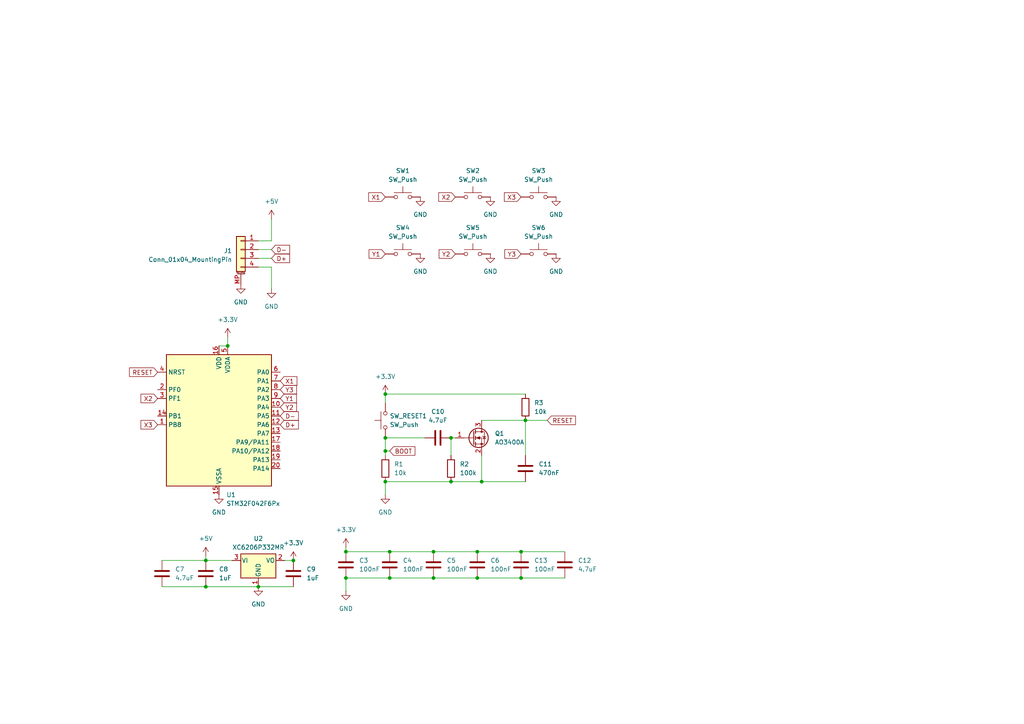
<source format=kicad_sch>
(kicad_sch (version 20250114) (generator "eeschema") (generator_version "9.0")
  (paper "A4")
  (lib_symbols
    (symbol "Connector_Generic_MountingPin:Conn_01x04_MountingPin" (pin_names (offset 1.016) (hide yes))
      (property "Reference" "J" (at 0 5.08 0))
      (property "Value" "Conn_01x04_MountingPin" (at 1.27 -7.62 0))
      (symbol "Conn_01x04_MountingPin_1_1"
        (rectangle (start -1.27 3.81) (end 1.27 -6.35) (stroke (width 0.254)) (fill (type background)))
        (rectangle (start -1.27 2.667) (end 0 2.413) (stroke (width 0.1524)))
        (rectangle (start -1.27 0.127) (end 0 -0.127) (stroke (width 0.1524)))
        (rectangle (start -1.27 -2.413) (end 0 -2.667) (stroke (width 0.1524)))
        (rectangle (start -1.27 -4.953) (end 0 -5.207) (stroke (width 0.1524)))
        (polyline (pts (xy -1.016 -7.112) (xy 1.016 -7.112)) (stroke (width 0.1524)))
        (text "Mounting" (at 0 -6.731 0) (effects (font (size 0.381 0.381))))
        (pin passive line (at -5.08 2.54 0) (length 3.81) (name "Pin_1") (number "1"))
        (pin passive line (at -5.08 0 0) (length 3.81) (name "Pin_2") (number "2"))
        (pin passive line (at -5.08 -2.54 0) (length 3.81) (name "Pin_3") (number "3"))
        (pin passive line (at -5.08 -5.08 0) (length 3.81) (name "Pin_4") (number "4"))
        (pin passive line (at 0 -10.16 90) (length 3.048) (name "MountPin") (number "MP"))
      )
    )
    (symbol "Device:C" (pin_numbers (hide yes)) (pin_names (offset 0.254))
      (property "Reference" "C" (at 0.635 2.54 0))
      (property "Value" "C" (at 0.635 -2.54 0))
      (symbol "C_0_1"
        (polyline (pts (xy -2.032 0.762) (xy 2.032 0.762)) (stroke (width 0.508)))
        (polyline (pts (xy -2.032 -0.762) (xy 2.032 -0.762)) (stroke (width 0.508)))
      )
      (symbol "C_1_1"
        (pin passive line (at 0 3.81 270) (length 2.794) (name "~") (number "1"))
        (pin passive line (at 0 -3.81 90) (length 2.794) (name "~") (number "2"))
      )
    )
    (symbol "Device:R" (pin_numbers (hide yes)) (pin_names (offset 0))
      (property "Reference" "R" (at 2.032 0 90))
      (property "Value" "R" (at 0 0 90))
      (symbol "R_0_1"
        (rectangle (start -1.016 -2.54) (end 1.016 2.54) (stroke (width 0.254)))
      )
      (symbol "R_1_1"
        (pin passive line (at 0 3.81 270) (length 1.27) (name "~") (number "1"))
        (pin passive line (at 0 -3.81 90) (length 1.27) (name "~") (number "2"))
      )
    )
    (symbol "MCU_ST_STM32F0:STM32F042F6Px"
      (property "Reference" "U" (at -15.24 21.59 0))
      (property "Value" "STM32F042F6Px" (at 5.08 21.59 0))
      (symbol "STM32F042F6Px_0_1"
        (rectangle (start -15.24 -17.78) (end 15.24 20.32) (stroke (width 0.254)) (fill (type background)))
      )
      (symbol "STM32F042F6Px_1_1"
        (pin input line (at -17.78 15.24 0) (length 2.54) (name "NRST") (number "4"))
        (pin bidirectional line (at -17.78 10.16 0) (length 2.54) (name "PF0") (number "2"))
        (pin bidirectional line (at -17.78 7.62 0) (length 2.54) (name "PF1") (number "3"))
        (pin bidirectional line (at -17.78 2.54 0) (length 2.54) (name "PB1") (number "14"))
        (pin bidirectional line (at -17.78 0 0) (length 2.54) (name "PB8") (number "1"))
        (pin power_in line (at 0 22.86 270) (length 2.54) (name "VDD") (number "16"))
        (pin power_in line (at 0 -20.32 90) (length 2.54) (name "VSSA") (number "15"))
        (pin power_in line (at 2.54 22.86 270) (length 2.54) (name "VDDA") (number "5"))
        (pin bidirectional line (at 17.78 15.24 180) (length 2.54) (name "PA0") (number "6"))
        (pin bidirectional line (at 17.78 12.7 180) (length 2.54) (name "PA1") (number "7"))
        (pin bidirectional line (at 17.78 10.16 180) (length 2.54) (name "PA2") (number "8"))
        (pin bidirectional line (at 17.78 7.62 180) (length 2.54) (name "PA3") (number "9"))
        (pin bidirectional line (at 17.78 5.08 180) (length 2.54) (name "PA4") (number "10"))
        (pin bidirectional line (at 17.78 2.54 180) (length 2.54) (name "PA5") (number "11"))
        (pin bidirectional line (at 17.78 0 180) (length 2.54) (name "PA6") (number "12"))
        (pin bidirectional line (at 17.78 -2.54 180) (length 2.54) (name "PA7") (number "13"))
        (pin bidirectional line (at 17.78 -5.08 180) (length 2.54) (name "PA9/PA11") (number "17"))
        (pin bidirectional line (at 17.78 -7.62 180) (length 2.54) (name "PA10/PA12") (number "18"))
        (pin bidirectional line (at 17.78 -10.16 180) (length 2.54) (name "PA13") (number "19"))
        (pin bidirectional line (at 17.78 -12.7 180) (length 2.54) (name "PA14") (number "20"))
      )
    )
    (symbol "Regulator_Linear:XC6206PxxxMR" (pin_names (offset 0.254))
      (property "Reference" "U" (at -3.81 3.175 0))
      (property "Value" "XC6206PxxxMR" (at 0 3.175 0))
      (symbol "XC6206PxxxMR_0_1"
        (rectangle (start -5.08 1.905) (end 5.08 -5.08) (stroke (width 0.254)) (fill (type background)))
      )
      (symbol "XC6206PxxxMR_1_1"
        (pin power_in line (at -7.62 0 0) (length 2.54) (name "VI") (number "3"))
        (pin power_in line (at 0 -7.62 90) (length 2.54) (name "GND") (number "1"))
        (pin power_out line (at 7.62 0 180) (length 2.54) (name "VO") (number "2"))
      )
    )
    (symbol "Switch:SW_Push" (pin_numbers (hide yes)) (pin_names (offset 1.016) (hide yes))
      (property "Reference" "SW" (at 1.27 2.54 0))
      (property "Value" "SW_Push" (at 0 -1.524 0))
      (symbol "SW_Push_0_1"
        (circle (center -2.032 0) (radius 0.508))
        (polyline (pts (xy 0 1.27) (xy 0 3.048)))
        (circle (center 2.032 0) (radius 0.508))
        (polyline (pts (xy 2.54 1.27) (xy -2.54 1.27)))
        (pin passive line (at -5.08 0 0) (length 2.54) (name "1") (number "1"))
        (pin passive line (at 5.08 0 180) (length 2.54) (name "2") (number "2"))
      )
    )
    (symbol "Transistor_FET:AO3400A" (pin_names (hide yes))
      (property "Reference" "Q" (at 5.08 1.905 0))
      (property "Value" "AO3400A" (at 5.08 0 0))
      (symbol "AO3400A_0_1"
        (polyline (pts (xy 0.254 1.905) (xy 0.254 -1.905)) (stroke (width 0.254)))
        (polyline (pts (xy 0.254 0) (xy -2.54 0)))
        (polyline (pts (xy 0.762 2.286) (xy 0.762 1.27)) (stroke (width 0.254)))
        (polyline (pts (xy 0.762 0.508) (xy 0.762 -0.508)) (stroke (width 0.254)))
        (polyline (pts (xy 0.762 -1.27) (xy 0.762 -2.286)) (stroke (width 0.254)))
        (polyline (pts (xy 0.762 -1.778) (xy 3.302 -1.778) (xy 3.302 1.778) (xy 0.762 1.778)))
        (polyline (pts (xy 1.016 0) (xy 2.032 0.381) (xy 2.032 -0.381) (xy 1.016 0)) (fill (type outline)))
        (circle (center 1.651 0) (radius 2.794) (stroke (width 0.254)))
        (polyline (pts (xy 2.54 2.54) (xy 2.54 1.778)))
        (circle (center 2.54 1.778) (radius 0.254) (fill (type outline)))
        (circle (center 2.54 -1.778) (radius 0.254) (fill (type outline)))
        (polyline (pts (xy 2.54 -2.54) (xy 2.54 0) (xy 0.762 0)))
        (polyline (pts (xy 2.794 0.508) (xy 2.921 0.381) (xy 3.683 0.381) (xy 3.81 0.254)))
        (polyline (pts (xy 3.302 0.381) (xy 2.921 -0.254) (xy 3.683 -0.254) (xy 3.302 0.381)))
      )
      (symbol "AO3400A_1_1"
        (pin input line (at -5.08 0 0) (length 2.54) (name "G") (number "1"))
        (pin passive line (at 2.54 5.08 270) (length 2.54) (name "D") (number "3"))
        (pin passive line (at 2.54 -5.08 90) (length 2.54) (name "S") (number "2"))
      )
    )
    (symbol "power:+3.3V" (power) (pin_numbers (hide yes)) (pin_names (offset 0) (hide yes))
      (property "Value" "+3.3V" (at 0 3.556 0))
      (symbol "+3.3V_0_1"
        (polyline (pts (xy -0.762 1.27) (xy 0 2.54)))
        (polyline (pts (xy 0 2.54) (xy 0.762 1.27)))
        (polyline (pts (xy 0 0) (xy 0 2.54)))
      )
      (symbol "+3.3V_1_1"
        (pin power_in line (at 0 0 90) (length 0) (name "~") (number "1"))
      )
    )
    (symbol "power:+5V" (power) (pin_numbers (hide yes)) (pin_names (offset 0) (hide yes))
      (property "Value" "+5V" (at 0 3.556 0))
      (symbol "+5V_0_1"
        (polyline (pts (xy -0.762 1.27) (xy 0 2.54)))
        (polyline (pts (xy 0 2.54) (xy 0.762 1.27)))
        (polyline (pts (xy 0 0) (xy 0 2.54)))
      )
      (symbol "+5V_1_1"
        (pin power_in line (at 0 0 90) (length 0) (name "~") (number "1"))
      )
    )
    (symbol "power:GND" (power) (pin_numbers (hide yes)) (pin_names (offset 0) (hide yes))
      (property "Value" "GND" (at 0 -3.81 0))
      (symbol "GND_0_1"
        (polyline (pts (xy 0 0) (xy 0 -1.27) (xy 1.27 -1.27) (xy 0 -2.54) (xy -1.27 -1.27) (xy 0 -1.27)))
      )
      (symbol "GND_1_1"
        (pin power_in line (at 0 0 270) (length 0) (name "~") (number "1"))
      )
    )
  )
  (junction (at 139.7 139.7))
  (junction (at 59.69 170.18))
  (junction (at 125.73 160.02))
  (junction (at 100.33 167.64))
  (junction (at 138.43 167.64))
  (junction (at 111.76 139.7))
  (junction (at 74.93 170.18))
  (junction (at 66.04 100.33))
  (junction (at 152.4 121.92))
  (junction (at 111.76 114.3))
  (junction (at 130.81 127))
  (junction (at 113.03 167.64))
  (junction (at 113.03 160.02))
  (junction (at 59.69 162.56))
  (junction (at 130.81 139.7))
  (junction (at 111.76 127))
  (junction (at 85.09 162.56))
  (junction (at 151.13 160.02))
  (junction (at 125.73 167.64))
  (junction (at 111.76 130.81))
  (junction (at 151.13 167.64))
  (junction (at 100.33 160.02))
  (junction (at 138.43 160.02))
  (wire (pts (xy 82.55 162.56) (xy 85.09 162.56)))
  (wire (pts (xy 139.7 121.92) (xy 152.4 121.92)))
  (wire (pts (xy 111.76 127) (xy 123.19 127)))
  (wire (pts (xy 78.74 77.47) (xy 78.74 83.82)))
  (wire (pts (xy 113.03 167.64) (xy 125.73 167.64)))
  (wire (pts (xy 138.43 160.02) (xy 151.13 160.02)))
  (wire (pts (xy 111.76 130.81) (xy 113.03 130.81)))
  (wire (pts (xy 130.81 127) (xy 132.08 127)))
  (wire (pts (xy 74.93 72.39) (xy 78.74 72.39)))
  (wire (pts (xy 125.73 167.64) (xy 138.43 167.64)))
  (wire (pts (xy 46.99 170.18) (xy 59.69 170.18)))
  (wire (pts (xy 130.81 127) (xy 130.81 132.08)))
  (wire (pts (xy 138.43 167.64) (xy 151.13 167.64)))
  (wire (pts (xy 74.93 170.18) (xy 85.09 170.18)))
  (wire (pts (xy 74.93 69.85) (xy 78.74 69.85)))
  (wire (pts (xy 111.76 139.7) (xy 130.81 139.7)))
  (wire (pts (xy 59.69 162.56) (xy 67.31 162.56)))
  (wire (pts (xy 152.4 121.92) (xy 152.4 132.08)))
  (wire (pts (xy 111.76 139.7) (xy 111.76 143.51)))
  (wire (pts (xy 111.76 116.84) (xy 111.76 114.3)))
  (wire (pts (xy 100.33 158.75) (xy 100.33 160.02)))
  (wire (pts (xy 100.33 167.64) (xy 100.33 171.45)))
  (wire (pts (xy 59.69 170.18) (xy 74.93 170.18)))
  (wire (pts (xy 139.7 139.7) (xy 152.4 139.7)))
  (wire (pts (xy 151.13 160.02) (xy 163.83 160.02)))
  (wire (pts (xy 46.99 162.56) (xy 59.69 162.56)))
  (wire (pts (xy 111.76 130.81) (xy 111.76 132.08)))
  (wire (pts (xy 74.93 74.93) (xy 78.74 74.93)))
  (wire (pts (xy 113.03 160.02) (xy 125.73 160.02)))
  (wire (pts (xy 111.76 127) (xy 111.76 130.81)))
  (wire (pts (xy 130.81 139.7) (xy 139.7 139.7)))
  (wire (pts (xy 59.69 161.29) (xy 59.69 162.56)))
  (wire (pts (xy 100.33 167.64) (xy 113.03 167.64)))
  (wire (pts (xy 111.76 114.3) (xy 152.4 114.3)))
  (wire (pts (xy 139.7 132.08) (xy 139.7 139.7)))
  (wire (pts (xy 78.74 63.5) (xy 78.74 69.85)))
  (wire (pts (xy 66.04 97.79) (xy 66.04 100.33)))
  (wire (pts (xy 125.73 160.02) (xy 138.43 160.02)))
  (wire (pts (xy 100.33 160.02) (xy 113.03 160.02)))
  (wire (pts (xy 151.13 167.64) (xy 163.83 167.64)))
  (wire (pts (xy 152.4 121.92) (xy 158.75 121.92)))
  (wire (pts (xy 74.93 77.47) (xy 78.74 77.47)))
  (wire (pts (xy 63.5 100.33) (xy 66.04 100.33)))
  (global_label "Y3" (shape input) (at 81.28 113.03 0) (property "Intersheetrefs" "${INTERSHEET_REFS}" (effects (hide yes))))
  (global_label "X2" (shape input) (at 132.08 57.15 180) (property "Intersheetrefs" "${INTERSHEET_REFS}" (effects (hide yes))))
  (global_label "Y1" (shape input) (at 111.76 73.66 180) (property "Intersheetrefs" "${INTERSHEET_REFS}" (effects (hide yes))))
  (global_label "D+" (shape input) (at 81.28 123.19 0) (property "Intersheetrefs" "${INTERSHEET_REFS}" (effects (hide yes))))
  (global_label "X1" (shape input) (at 111.76 57.15 180) (property "Intersheetrefs" "${INTERSHEET_REFS}" (effects (hide yes))))
  (global_label "Y2" (shape input) (at 132.08 73.66 180) (property "Intersheetrefs" "${INTERSHEET_REFS}" (effects (hide yes))))
  (global_label "X3" (shape input) (at 45.72 123.19 180) (property "Intersheetrefs" "${INTERSHEET_REFS}" (effects (hide yes))))
  (global_label "Y3" (shape input) (at 151.13 73.66 180) (property "Intersheetrefs" "${INTERSHEET_REFS}" (effects (hide yes))))
  (global_label "Y1" (shape input) (at 81.28 115.57 0) (property "Intersheetrefs" "${INTERSHEET_REFS}" (effects (hide yes))))
  (global_label "X2" (shape input) (at 45.72 115.57 180) (property "Intersheetrefs" "${INTERSHEET_REFS}" (effects (hide yes))))
  (global_label "RESET" (shape input) (at 158.75 121.92 0) (property "Intersheetrefs" "${INTERSHEET_REFS}" (effects (hide yes))))
  (global_label "X1" (shape input) (at 81.28 110.49 0) (property "Intersheetrefs" "${INTERSHEET_REFS}" (effects (hide yes))))
  (global_label "D-" (shape input) (at 78.74 72.39 0) (property "Intersheetrefs" "${INTERSHEET_REFS}" (effects (hide yes))))
  (global_label "RESET" (shape input) (at 45.72 107.95 180) (property "Intersheetrefs" "${INTERSHEET_REFS}" (effects (hide yes))))
  (global_label "D-" (shape input) (at 81.28 120.65 0) (property "Intersheetrefs" "${INTERSHEET_REFS}" (effects (hide yes))))
  (global_label "BOOT" (shape input) (at 113.03 130.81 0) (property "Intersheetrefs" "${INTERSHEET_REFS}" (effects (hide yes))))
  (global_label "X3" (shape input) (at 151.13 57.15 180) (property "Intersheetrefs" "${INTERSHEET_REFS}" (effects (hide yes))))
  (global_label "D+" (shape input) (at 78.74 74.93 0) (property "Intersheetrefs" "${INTERSHEET_REFS}" (effects (hide yes))))
  (global_label "Y2" (shape input) (at 81.28 118.11 0) (property "Intersheetrefs" "${INTERSHEET_REFS}" (effects (hide yes))))
  (symbol (lib_id "Device:C") (at 125.73 163.83 0) (unit 1)
    (property "Reference" "C5" (at 129.54 162.5599 0) (effects (justify left)))
    (property "Value" "100nF" (at 129.54 165.0999 0) (effects (justify left)))
    (property "Footprint" "Capacitor_SMD:C_0805_2012Metric" (effects (hide yes)))
    (property "Description" "Unpolarized capacitor" (effects (hide yes)))
  )
  (symbol (lib_id "Regulator_Linear:XC6206PxxxMR") (at 74.93 162.56 0) (unit 1)
    (property "Reference" "U2" (at 74.93 156.21 0))
    (property "Value" "XC6206P332MR" (at 74.93 158.75 0))
    (property "Footprint" "Package_TO_SOT_SMD:SOT-23-3" (effects (hide yes)))
    (property "Datasheet" "https://www.torexsemi.com/file/xc6206/XC6206.pdf" (effects (hide yes)))
    (property "Description" "Positive 60-250mA Low Dropout Regulator, Fixed Output, SOT-23" (effects (hide yes)))
  )
  (symbol (lib_id "Device:R") (at 152.4 118.11 0) (unit 1)
    (property "Reference" "R3" (at 154.94 116.8399 0) (effects (justify left)))
    (property "Value" "10k" (at 154.94 119.3799 0) (effects (justify left)))
    (property "Footprint" "Resistor_SMD:R_0805_2012Metric" (effects (hide yes)))
    (property "Description" "Resistor" (effects (hide yes)))
  )
  (symbol (lib_id "power:+5V") (at 59.69 161.29 0) (unit 1)
    (property "Reference" "#PWR057" (effects (hide yes)))
    (property "Value" "+5V" (at 59.69 156.21 0))
    (property "Description" "Power symbol creates a global label with name \"+5V\"" (effects (hide yes)))
  )
  (symbol (lib_id "power:GND") (at 63.5 143.51 0) (unit 1)
    (property "Reference" "#PWR05" (effects (hide yes)))
    (property "Value" "GND" (at 63.5 148.59 0))
    (property "Description" "Power symbol creates a global label with name \"GND\" , ground" (effects (hide yes)))
  )
  (symbol (lib_id "power:GND") (at 142.24 73.66 0) (unit 1)
    (property "Reference" "#PWR010" (effects (hide yes)))
    (property "Value" "GND" (at 142.24 78.74 0))
    (property "Description" "Power symbol creates a global label with name \"GND\" , ground" (effects (hide yes)))
  )
  (symbol (lib_id "power:GND") (at 161.29 57.15 0) (unit 1)
    (property "Reference" "#PWR08" (effects (hide yes)))
    (property "Value" "GND" (at 161.29 62.23 0))
    (property "Description" "Power symbol creates a global label with name \"GND\" , ground" (effects (hide yes)))
  )
  (symbol (lib_id "power:+3.3V") (at 100.33 158.75 0) (unit 1)
    (property "Reference" "#PWR054" (effects (hide yes)))
    (property "Value" "+3.3V" (at 100.33 153.67 0))
    (property "Description" "Power symbol creates a global label with name \"+3.3V\"" (effects (hide yes)))
  )
  (symbol (lib_id "Device:C") (at 138.43 163.83 0) (unit 1)
    (property "Reference" "C6" (at 142.24 162.5599 0) (effects (justify left)))
    (property "Value" "100nF" (at 142.24 165.0999 0) (effects (justify left)))
    (property "Footprint" "Capacitor_SMD:C_0805_2012Metric" (effects (hide yes)))
    (property "Description" "Unpolarized capacitor" (effects (hide yes)))
  )
  (symbol (lib_id "power:GND") (at 121.92 57.15 0) (unit 1)
    (property "Reference" "#PWR06" (effects (hide yes)))
    (property "Value" "GND" (at 121.92 62.23 0))
    (property "Description" "Power symbol creates a global label with name \"GND\" , ground" (effects (hide yes)))
  )
  (symbol (lib_id "power:GND") (at 161.29 73.66 0) (unit 1)
    (property "Reference" "#PWR011" (effects (hide yes)))
    (property "Value" "GND" (at 161.29 78.74 0))
    (property "Description" "Power symbol creates a global label with name \"GND\" , ground" (effects (hide yes)))
  )
  (symbol (lib_id "Device:C") (at 151.13 163.83 0) (unit 1)
    (property "Reference" "C13" (at 154.94 162.5599 0) (effects (justify left)))
    (property "Value" "100nF" (at 154.94 165.0999 0) (effects (justify left)))
    (property "Footprint" "Capacitor_SMD:C_0805_2012Metric" (effects (hide yes)))
    (property "Description" "Unpolarized capacitor" (effects (hide yes)))
  )
  (symbol (lib_id "Switch:SW_Push") (at 116.84 57.15 0) (unit 1)
    (property "Reference" "SW1" (at 116.84 49.53 0))
    (property "Value" "SW_Push" (at 116.84 52.07 0))
    (property "Footprint" "Button_Switch_Keyboard:SW_Cherry_MX_1.00u_PCB" (effects (hide yes)))
    (property "Description" "Push button switch, generic, two pins" (effects (hide yes)))
  )
  (symbol (lib_id "power:+3.3V") (at 111.76 114.3 0) (unit 1)
    (property "Reference" "#PWR060" (effects (hide yes)))
    (property "Value" "+3.3V" (at 111.76 109.22 0))
    (property "Description" "Power symbol creates a global label with name \"+3.3V\"" (effects (hide yes)))
  )
  (symbol (lib_id "Device:C") (at 100.33 163.83 0) (unit 1)
    (property "Reference" "C3" (at 104.14 162.5599 0) (effects (justify left)))
    (property "Value" "100nF" (at 104.14 165.0999 0) (effects (justify left)))
    (property "Footprint" "Capacitor_SMD:C_0805_2012Metric" (effects (hide yes)))
    (property "Description" "Unpolarized capacitor" (effects (hide yes)))
  )
  (symbol (lib_id "Device:C") (at 46.99 166.37 0) (unit 1)
    (property "Reference" "C7" (at 50.8 165.0999 0) (effects (justify left)))
    (property "Value" "4.7uF" (at 50.8 167.6399 0) (effects (justify left)))
    (property "Footprint" "Capacitor_SMD:C_0805_2012Metric" (effects (hide yes)))
    (property "Description" "Unpolarized capacitor" (effects (hide yes)))
  )
  (symbol (lib_id "Switch:SW_Push") (at 156.21 73.66 0) (unit 1)
    (property "Reference" "SW6" (at 156.21 66.04 0))
    (property "Value" "SW_Push" (at 156.21 68.58 0))
    (property "Footprint" "Button_Switch_Keyboard:SW_Cherry_MX_1.00u_PCB" (effects (hide yes)))
    (property "Description" "Push button switch, generic, two pins" (effects (hide yes)))
  )
  (symbol (lib_id "Switch:SW_Push") (at 137.16 57.15 0) (unit 1)
    (property "Reference" "SW2" (at 137.16 49.53 0))
    (property "Value" "SW_Push" (at 137.16 52.07 0))
    (property "Footprint" "Button_Switch_Keyboard:SW_Cherry_MX_1.00u_PCB" (effects (hide yes)))
    (property "Description" "Push button switch, generic, two pins" (effects (hide yes)))
  )
  (symbol (lib_id "Device:C") (at 163.83 163.83 0) (unit 1)
    (property "Reference" "C12" (at 167.64 162.5599 0) (effects (justify left)))
    (property "Value" "4.7uF" (at 167.64 165.0999 0) (effects (justify left)))
    (property "Footprint" "Capacitor_SMD:C_0805_2012Metric" (effects (hide yes)))
    (property "Description" "Unpolarized capacitor" (effects (hide yes)))
  )
  (symbol (lib_id "Switch:SW_Push") (at 116.84 73.66 0) (unit 1)
    (property "Reference" "SW4" (at 116.84 66.04 0))
    (property "Value" "SW_Push" (at 116.84 68.58 0))
    (property "Footprint" "Button_Switch_Keyboard:SW_Cherry_MX_1.00u_PCB" (effects (hide yes)))
    (property "Description" "Push button switch, generic, two pins" (effects (hide yes)))
  )
  (symbol (lib_id "Device:R") (at 130.81 135.89 0) (unit 1)
    (property "Reference" "R2" (at 133.35 134.6199 0) (effects (justify left)))
    (property "Value" "100k" (at 133.35 137.1599 0) (effects (justify left)))
    (property "Footprint" "Resistor_SMD:R_0805_2012Metric" (effects (hide yes)))
    (property "Description" "Resistor" (effects (hide yes)))
  )
  (symbol (lib_id "Device:C") (at 59.69 166.37 0) (unit 1)
    (property "Reference" "C8" (at 63.5 165.0999 0) (effects (justify left)))
    (property "Value" "1uF" (at 63.5 167.6399 0) (effects (justify left)))
    (property "Footprint" "Capacitor_SMD:C_0805_2012Metric" (effects (hide yes)))
    (property "Description" "Unpolarized capacitor" (effects (hide yes)))
  )
  (symbol (lib_id "Switch:SW_Push") (at 137.16 73.66 0) (unit 1)
    (property "Reference" "SW5" (at 137.16 66.04 0))
    (property "Value" "SW_Push" (at 137.16 68.58 0))
    (property "Footprint" "Button_Switch_Keyboard:SW_Cherry_MX_1.00u_PCB" (effects (hide yes)))
    (property "Description" "Push button switch, generic, two pins" (effects (hide yes)))
  )
  (symbol (lib_id "Device:C") (at 113.03 163.83 0) (unit 1)
    (property "Reference" "C4" (at 116.84 162.5599 0) (effects (justify left)))
    (property "Value" "100nF" (at 116.84 165.0999 0) (effects (justify left)))
    (property "Footprint" "Capacitor_SMD:C_0805_2012Metric" (effects (hide yes)))
    (property "Description" "Unpolarized capacitor" (effects (hide yes)))
  )
  (symbol (lib_id "Device:R") (at 111.76 135.89 0) (unit 1)
    (property "Reference" "R1" (at 114.3 134.6199 0) (effects (justify left)))
    (property "Value" "10k" (at 114.3 137.1599 0) (effects (justify left)))
    (property "Footprint" "Resistor_SMD:R_0805_2012Metric" (effects (hide yes)))
    (property "Description" "Resistor" (effects (hide yes)))
  )
  (symbol (lib_id "power:GND") (at 111.76 143.51 0) (unit 1)
    (property "Reference" "#PWR061" (effects (hide yes)))
    (property "Value" "GND" (at 111.76 148.59 0))
    (property "Description" "Power symbol creates a global label with name \"GND\" , ground" (effects (hide yes)))
  )
  (symbol (lib_id "power:GND") (at 100.33 171.45 0) (unit 1)
    (property "Reference" "#PWR055" (effects (hide yes)))
    (property "Value" "GND" (at 100.33 176.53 0))
    (property "Description" "Power symbol creates a global label with name \"GND\" , ground" (effects (hide yes)))
  )
  (symbol (lib_id "Switch:SW_Push") (at 111.76 121.92 90) (unit 1)
    (property "Reference" "SW_RESET1" (at 113.03 120.6499 90) (effects (justify right)))
    (property "Value" "SW_Push" (at 113.03 123.1899 90) (effects (justify right)))
    (property "Footprint" "Button_Switch_THT:SW_PUSH_1P1T_6x3.5mm_H4.3_APEM_MJTP1243" (effects (hide yes)))
    (property "Description" "Push button switch, generic, two pins" (effects (hide yes)))
  )
  (symbol (lib_id "MCU_ST_STM32F0:STM32F042F6Px") (at 63.5 123.19 0) (unit 1)
    (property "Reference" "U1" (at 65.6433 143.51 0) (effects (justify left)))
    (property "Value" "STM32F042F6Px" (at 65.6433 146.05 0) (effects (justify left)))
    (property "Footprint" "Package_SO:TSSOP-20_4.4x6.5mm_P0.65mm" (effects (hide yes)))
    (property "Datasheet" "https://www.st.com/resource/en/datasheet/stm32f042f6.pdf" (effects (hide yes)))
    (property "Description" "STMicroelectronics Arm Cortex-M0 MCU, 32KB flash, 6KB RAM, 48 MHz, 2.0-3.6V, 16 GPIO, TSSOP20" (effects (hide yes)))
  )
  (symbol (lib_id "power:GND") (at 78.74 83.82 0) (unit 1)
    (property "Reference" "#PWR02" (effects (hide yes)))
    (property "Value" "GND" (at 78.74 88.9 0))
    (property "Description" "Power symbol creates a global label with name \"GND\" , ground" (effects (hide yes)))
  )
  (symbol (lib_id "power:+3.3V") (at 85.09 162.56 0) (unit 1)
    (property "Reference" "#PWR059" (effects (hide yes)))
    (property "Value" "+3.3V" (at 85.09 157.48 0))
    (property "Description" "Power symbol creates a global label with name \"+3.3V\"" (effects (hide yes)))
  )
  (symbol (lib_id "power:GND") (at 121.92 73.66 0) (unit 1)
    (property "Reference" "#PWR09" (effects (hide yes)))
    (property "Value" "GND" (at 121.92 78.74 0))
    (property "Description" "Power symbol creates a global label with name \"GND\" , ground" (effects (hide yes)))
  )
  (symbol (lib_id "Transistor_FET:AO3400A") (at 137.16 127 0) (unit 1)
    (property "Reference" "Q1" (at 143.51 125.7299 0) (effects (justify left)))
    (property "Value" "AO3400A" (at 143.51 128.2699 0) (effects (justify left)))
    (property "Footprint" "Package_TO_SOT_SMD:SOT-23" (effects (hide yes)))
    (property "Datasheet" "http://www.aosmd.com/pdfs/datasheet/AO3400A.pdf" (effects (hide yes)))
    (property "Description" "30V Vds, 5.7A Id, N-Channel MOSFET, SOT-23" (effects (hide yes)))
  )
  (symbol (lib_id "power:GND") (at 74.93 170.18 0) (unit 1)
    (property "Reference" "#PWR058" (effects (hide yes)))
    (property "Value" "GND" (at 74.93 175.26 0))
    (property "Description" "Power symbol creates a global label with name \"GND\" , ground" (effects (hide yes)))
  )
  (symbol (lib_id "Device:C") (at 85.09 166.37 0) (unit 1)
    (property "Reference" "C9" (at 88.9 165.0999 0) (effects (justify left)))
    (property "Value" "1uF" (at 88.9 167.6399 0) (effects (justify left)))
    (property "Footprint" "Capacitor_SMD:C_0805_2012Metric" (effects (hide yes)))
    (property "Description" "Unpolarized capacitor" (effects (hide yes)))
  )
  (symbol (lib_id "power:+5V") (at 78.74 63.5 0) (unit 1)
    (property "Reference" "#PWR01" (effects (hide yes)))
    (property "Value" "+5V" (at 78.74 58.42 0))
    (property "Description" "Power symbol creates a global label with name \"+5V\"" (effects (hide yes)))
  )
  (symbol (lib_id "power:GND") (at 142.24 57.15 0) (unit 1)
    (property "Reference" "#PWR07" (effects (hide yes)))
    (property "Value" "GND" (at 142.24 62.23 0))
    (property "Description" "Power symbol creates a global label with name \"GND\" , ground" (effects (hide yes)))
  )
  (symbol (lib_id "Device:C") (at 152.4 135.89 0) (unit 1)
    (property "Reference" "C11" (at 156.21 134.6199 0) (effects (justify left)))
    (property "Value" "470nF" (at 156.21 137.1599 0) (effects (justify left)))
    (property "Footprint" "Capacitor_SMD:C_0805_2012Metric" (effects (hide yes)))
    (property "Description" "Unpolarized capacitor" (effects (hide yes)))
  )
  (symbol (lib_id "power:GND") (at 69.85 82.55 0) (unit 1)
    (property "Reference" "#PWR03" (effects (hide yes)))
    (property "Value" "GND" (at 69.85 87.63 0))
    (property "Description" "Power symbol creates a global label with name \"GND\" , ground" (effects (hide yes)))
  )
  (symbol (lib_id "Switch:SW_Push") (at 156.21 57.15 0) (unit 1)
    (property "Reference" "SW3" (at 156.21 49.53 0))
    (property "Value" "SW_Push" (at 156.21 52.07 0))
    (property "Footprint" "Button_Switch_Keyboard:SW_Cherry_MX_1.00u_PCB" (effects (hide yes)))
    (property "Description" "Push button switch, generic, two pins" (effects (hide yes)))
  )
  (symbol (lib_id "Connector_Generic_MountingPin:Conn_01x04_MountingPin") (at 69.85 72.39 0) (mirror y) (unit 1)
    (property "Reference" "J1" (at 67.31 72.7455 0) (effects (justify left)))
    (property "Value" "Conn_01x04_MountingPin" (at 67.31 75.2855 0) (effects (justify left)))
    (property "Footprint" "Connector_JST:JST_SH_SM04B-SRSS-TB_1x04-1MP_P1.00mm_Horizontal" (effects (hide yes)))
    (property "Description" "Generic connectable mounting pin connector, single row, 01x04, script generated (kicad-library-utils/schlib/autogen/connector/)" (effects (hide yes)))
  )
  (symbol (lib_id "Device:C") (at 127 127 90) (unit 1)
    (property "Reference" "C10" (at 127 119.38 90))
    (property "Value" "4.7uF" (at 127 121.92 90))
    (property "Footprint" "Capacitor_SMD:C_0805_2012Metric" (effects (hide yes)))
    (property "Description" "Unpolarized capacitor" (effects (hide yes)))
  )
  (symbol (lib_id "power:+3.3V") (at 66.04 97.79 0) (unit 1)
    (property "Reference" "#PWR04" (effects (hide yes)))
    (property "Value" "+3.3V" (at 66.04 92.71 0))
    (property "Description" "Power symbol creates a global label with name \"+3.3V\"" (effects (hide yes)))
  )
)
</source>
